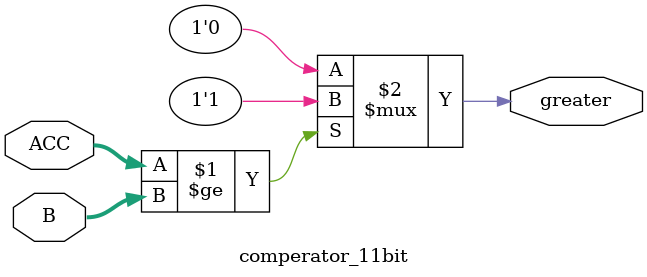
<source format=v>
`timescale 1ns/1ns
module comperator_11bit(ACC, B, greater);
    parameter N = 10;

    input [N-1:0] B;
    input [N:0] ACC;

    output greater;

    assign greater= (ACC>=B) ? 1'b1 : 1'b0;
endmodule
</source>
